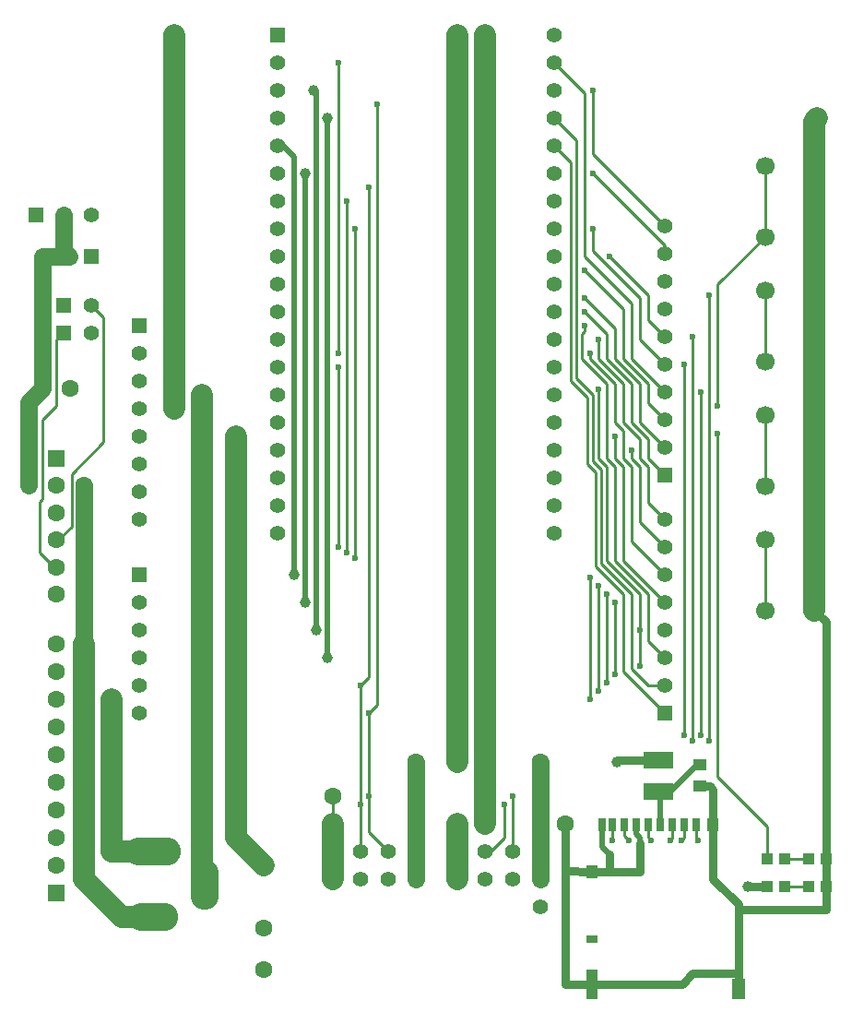
<source format=gbr>
G04 #@! TF.FileFunction,Copper,L1,Top,Signal*
%FSLAX46Y46*%
G04 Gerber Fmt 4.6, Leading zero omitted, Abs format (unit mm)*
G04 Created by KiCad (PCBNEW 4.0.7) date 06/22/21 16:10:00*
%MOMM*%
%LPD*%
G01*
G04 APERTURE LIST*
%ADD10C,0.100000*%
%ADD11C,1.600000*%
%ADD12R,1.600000X1.600000*%
%ADD13R,1.250000X1.000000*%
%ADD14O,5.100000X2.600000*%
%ADD15O,4.600000X2.600000*%
%ADD16O,2.600000X4.600000*%
%ADD17R,0.700000X1.200000*%
%ADD18R,1.000000X1.200000*%
%ADD19R,1.000000X0.800000*%
%ADD20R,1.000000X2.800000*%
%ADD21R,1.300000X1.900000*%
%ADD22R,2.700000X1.500000*%
%ADD23R,1.000000X1.000000*%
%ADD24R,1.400000X1.400000*%
%ADD25C,1.400000*%
%ADD26C,1.700000*%
%ADD27C,1.000000*%
%ADD28C,0.600000*%
%ADD29C,2.000000*%
%ADD30C,1.600000*%
%ADD31C,0.250000*%
%ADD32C,0.800000*%
%ADD33C,0.500000*%
%ADD34C,1.400000*%
G04 APERTURE END LIST*
D10*
D11*
X53812000Y-121128000D03*
X53812000Y-118588000D03*
X53812000Y-116048000D03*
X53812000Y-113508000D03*
X53812000Y-110968000D03*
X53812000Y-108428000D03*
X53812000Y-123668000D03*
X53812000Y-126208000D03*
X53812000Y-128748000D03*
D12*
X53812000Y-131288000D03*
D11*
X72862000Y-134468000D03*
X72862000Y-138268000D03*
D13*
X112867000Y-119493000D03*
X112867000Y-121493000D03*
D14*
X62702000Y-127478000D03*
D15*
X62702000Y-133478000D03*
D16*
X67402000Y-130478000D03*
D17*
X103892000Y-125008000D03*
X104842000Y-125008000D03*
X112542000Y-125008000D03*
X111442000Y-125008000D03*
X110342000Y-125008000D03*
X109242000Y-125008000D03*
X108142000Y-125008000D03*
X107042000Y-125008000D03*
X105942000Y-125008000D03*
D18*
X114092000Y-125008000D03*
X102942000Y-129308000D03*
D19*
X102942000Y-135508000D03*
D20*
X102942000Y-139658000D03*
D21*
X116442000Y-140108000D03*
D22*
X109057000Y-121943000D03*
X109057000Y-119043000D03*
D23*
X122862000Y-128113000D03*
X124462000Y-128113000D03*
X122862000Y-130653000D03*
X124462000Y-130653000D03*
D24*
X74132000Y-52548000D03*
D25*
X74132000Y-55088000D03*
X74132000Y-57628000D03*
X74132000Y-60168000D03*
X74132000Y-62708000D03*
X74132000Y-65248000D03*
X74132000Y-67788000D03*
X74132000Y-70328000D03*
X74132000Y-72868000D03*
X74132000Y-75408000D03*
X74132000Y-77948000D03*
X74132000Y-80488000D03*
X74132000Y-83028000D03*
X74132000Y-85568000D03*
X74132000Y-88108000D03*
X74132000Y-90648000D03*
X74132000Y-93188000D03*
X74132000Y-95728000D03*
X74132000Y-98268000D03*
X99532000Y-98268000D03*
X99532000Y-95728000D03*
X99532000Y-93188000D03*
X99532000Y-90648000D03*
X99532000Y-88108000D03*
X99532000Y-85568000D03*
X99532000Y-83028000D03*
X99532000Y-80488000D03*
X99532000Y-77948000D03*
X99532000Y-75408000D03*
X99532000Y-72868000D03*
X99532000Y-70328000D03*
X99532000Y-67788000D03*
X99532000Y-65248000D03*
X99532000Y-62708000D03*
X99532000Y-60168000D03*
X99532000Y-57628000D03*
X99532000Y-55088000D03*
X99532000Y-52548000D03*
D24*
X61432000Y-79218000D03*
D25*
X61432000Y-81758000D03*
X61432000Y-84298000D03*
X61432000Y-86838000D03*
X61432000Y-89378000D03*
X61432000Y-91918000D03*
X61432000Y-94458000D03*
X61432000Y-96998000D03*
D24*
X61432000Y-102078000D03*
D25*
X61432000Y-104618000D03*
X61432000Y-107158000D03*
X61432000Y-109698000D03*
X61432000Y-112238000D03*
X61432000Y-114778000D03*
D24*
X109692000Y-114778000D03*
D25*
X109692000Y-112238000D03*
X109692000Y-109698000D03*
X109692000Y-107158000D03*
X109692000Y-104618000D03*
X109692000Y-102078000D03*
X109692000Y-99538000D03*
X109692000Y-96998000D03*
D24*
X109692000Y-92934000D03*
D25*
X109692000Y-90394000D03*
X109692000Y-87854000D03*
X109692000Y-85314000D03*
X109692000Y-82774000D03*
X109692000Y-80234000D03*
X109692000Y-77694000D03*
X109692000Y-75154000D03*
X109692000Y-72614000D03*
X109692000Y-70074000D03*
D23*
X119052000Y-128113000D03*
X120652000Y-128113000D03*
X119052000Y-130653000D03*
X120652000Y-130653000D03*
D26*
X118872000Y-71038000D03*
X118872000Y-64538000D03*
X123372000Y-71038000D03*
X123372000Y-64538000D03*
X118872000Y-105328000D03*
X118872000Y-98828000D03*
X123372000Y-105328000D03*
X123372000Y-98828000D03*
X118872000Y-93898000D03*
X118872000Y-87398000D03*
X123372000Y-93898000D03*
X123372000Y-87398000D03*
X118872000Y-82468000D03*
X118872000Y-75968000D03*
X123372000Y-82468000D03*
X123372000Y-75968000D03*
D11*
X72862000Y-128748000D03*
X79212000Y-122398000D03*
X123662000Y-60168000D03*
D24*
X79212000Y-127478000D03*
D25*
X81752000Y-127478000D03*
X84292000Y-127478000D03*
X86832000Y-127478000D03*
X79212000Y-130018000D03*
X81752000Y-130018000D03*
X84292000Y-130018000D03*
X86832000Y-130018000D03*
D24*
X90642000Y-127478000D03*
D25*
X93182000Y-127478000D03*
X95722000Y-127478000D03*
X98262000Y-127478000D03*
X90642000Y-130018000D03*
X93182000Y-130018000D03*
X95722000Y-130018000D03*
X98262000Y-130018000D03*
X98262000Y-132558000D03*
D11*
X53812000Y-93883000D03*
X53812000Y-96383000D03*
X53812000Y-98883000D03*
X53812000Y-101383000D03*
D12*
X53812000Y-91383000D03*
D11*
X53812000Y-103883000D03*
D24*
X56987000Y-72868000D03*
D25*
X54987000Y-72868000D03*
D24*
X51907000Y-69058000D03*
D25*
X54447000Y-69058000D03*
X56987000Y-69058000D03*
D24*
X54447000Y-79853000D03*
D25*
X56987000Y-79853000D03*
D24*
X54447000Y-77313000D03*
D25*
X56987000Y-77313000D03*
D11*
X55082000Y-84933000D03*
X52542000Y-84933000D03*
X58892000Y-113508000D03*
X58892000Y-116048000D03*
X70322000Y-98268000D03*
X70322000Y-122398000D03*
X70322000Y-89378000D03*
D25*
X51272000Y-93823000D03*
D11*
X100548000Y-124938000D03*
X67147000Y-85568000D03*
D25*
X123408000Y-67788000D03*
X123408000Y-78456000D03*
D11*
X56352000Y-93823000D03*
X56352000Y-108428000D03*
X56352000Y-110968000D03*
X93182000Y-124938000D03*
X90642000Y-124938000D03*
X93182000Y-67788000D03*
D27*
X93182000Y-63343000D03*
D11*
X93182000Y-52548000D03*
D27*
X93182000Y-55723000D03*
D11*
X67147000Y-91918000D03*
X67147000Y-94458000D03*
X79212000Y-124938000D03*
X67147000Y-124938000D03*
D28*
X103088000Y-65248000D03*
X82514000Y-66518000D03*
X94960000Y-123160000D03*
X81752000Y-123160000D03*
X81752000Y-112238000D03*
X104866000Y-126462000D03*
X112740000Y-126462000D03*
X113756000Y-117318000D03*
X113756000Y-76424000D03*
X111216000Y-126462000D03*
X112994000Y-116810000D03*
X112994000Y-85314000D03*
X110200000Y-126462000D03*
X104612000Y-72868000D03*
X112232000Y-117318000D03*
X108422000Y-126462000D03*
X112232000Y-80234000D03*
X103088000Y-70328000D03*
X111470000Y-82774000D03*
X111470000Y-116810000D03*
X106390000Y-126462000D03*
X107406000Y-110460000D03*
X107406000Y-107158000D03*
X103596000Y-85060000D03*
X102326000Y-79218000D03*
X105120000Y-104618000D03*
X105120000Y-111222000D03*
X105120000Y-89378000D03*
X104358000Y-103856000D03*
X104358000Y-111984000D03*
X102834000Y-81758000D03*
X103596000Y-103094000D03*
X103596000Y-112746000D03*
X106644000Y-90648000D03*
X102834000Y-113508000D03*
X102834000Y-102332000D03*
X103596000Y-80488000D03*
D27*
X64607000Y-69058000D03*
X64607000Y-76678000D03*
X105247000Y-119223000D03*
X117312000Y-130653000D03*
D11*
X64607000Y-86838000D03*
X86832000Y-119223000D03*
X98262000Y-119223000D03*
X90642000Y-119223000D03*
D27*
X90642000Y-65248000D03*
D11*
X90642000Y-52548000D03*
D27*
X90642000Y-57628000D03*
D11*
X64607000Y-81758000D03*
X64607000Y-52548000D03*
D28*
X79720000Y-55088000D03*
X79720000Y-81758000D03*
D27*
X77434000Y-57628000D03*
X77688000Y-107158000D03*
X78704000Y-60168000D03*
X78704000Y-109698000D03*
X75656000Y-102078000D03*
X76672000Y-65248000D03*
X76672000Y-104618000D03*
D28*
X80482000Y-67788000D03*
X80482000Y-100046000D03*
X81244000Y-70328000D03*
X81244000Y-100554000D03*
X102326000Y-74138000D03*
X102326000Y-76678000D03*
X79720000Y-83028000D03*
X79720000Y-99538000D03*
X114518000Y-89124000D03*
X114518000Y-86584000D03*
X102326000Y-77948000D03*
X103088000Y-57628000D03*
X83276000Y-58898000D03*
X82514000Y-122398000D03*
X95722000Y-122398000D03*
X82514000Y-114778000D03*
D29*
X62702000Y-127478000D02*
X58892000Y-127478000D01*
X58892000Y-127478000D02*
X58892000Y-116048000D01*
X58892000Y-116048000D02*
X58892000Y-113508000D01*
X70322000Y-122398000D02*
X70322000Y-98268000D01*
X70322000Y-122398000D02*
X70322000Y-126208000D01*
X70322000Y-126208000D02*
X72862000Y-128748000D01*
X70322000Y-98268000D02*
X70322000Y-89378000D01*
D30*
X51272000Y-93823000D02*
X51272000Y-86203000D01*
X51272000Y-86203000D02*
X52542000Y-84933000D01*
D31*
X79212000Y-124938000D02*
X79212000Y-122398000D01*
D30*
X54447000Y-69058000D02*
X54447000Y-72328000D01*
X54447000Y-72328000D02*
X54987000Y-72868000D01*
X52542000Y-84933000D02*
X52542000Y-72868000D01*
X52542000Y-72868000D02*
X54987000Y-72868000D01*
D32*
X124462000Y-128113000D02*
X124462000Y-106418000D01*
X124462000Y-106418000D02*
X123372000Y-105328000D01*
X100548000Y-124938000D02*
X100548000Y-129256000D01*
X102942000Y-139658000D02*
X100548000Y-139658000D01*
X100548000Y-139658000D02*
X100548000Y-129256000D01*
D33*
X103892000Y-125008000D02*
X103892000Y-127012000D01*
D32*
X104560000Y-129308000D02*
X104612000Y-129256000D01*
X104612000Y-129256000D02*
X104612000Y-127732000D01*
X104560000Y-129308000D02*
X102942000Y-129308000D01*
D33*
X103892000Y-127012000D02*
X104612000Y-127732000D01*
X107042000Y-125008000D02*
X107042000Y-125844000D01*
D32*
X107354000Y-129308000D02*
X107406000Y-129256000D01*
X107406000Y-129256000D02*
X107406000Y-126716000D01*
X107354000Y-129308000D02*
X102942000Y-129308000D01*
D33*
X107406000Y-126208000D02*
X107406000Y-126716000D01*
X107042000Y-125844000D02*
X107406000Y-126208000D01*
D32*
X124424000Y-132812000D02*
X116442000Y-132812000D01*
X114092000Y-125008000D02*
X114092000Y-129973000D01*
X114092000Y-129973000D02*
X116442000Y-132323000D01*
X116442000Y-132323000D02*
X116442000Y-132812000D01*
X116442000Y-132812000D02*
X116442000Y-140108000D01*
D29*
X67147000Y-91918000D02*
X67147000Y-85568000D01*
D34*
X123408000Y-67788000D02*
X123372000Y-67788000D01*
X123408000Y-78456000D02*
X123372000Y-78456000D01*
D29*
X123372000Y-64538000D02*
X123372000Y-60458000D01*
X123372000Y-60458000D02*
X123662000Y-60168000D01*
X123372000Y-71038000D02*
X123372000Y-67788000D01*
X123372000Y-67788000D02*
X123372000Y-64538000D01*
X123372000Y-75968000D02*
X123372000Y-71038000D01*
X123372000Y-82468000D02*
X123372000Y-78456000D01*
X123372000Y-78456000D02*
X123372000Y-75968000D01*
X123372000Y-87398000D02*
X123372000Y-82468000D01*
X123372000Y-93898000D02*
X123372000Y-87398000D01*
X123372000Y-98828000D02*
X123372000Y-93898000D01*
X123372000Y-105328000D02*
X123372000Y-98828000D01*
X62702000Y-133478000D02*
X59812000Y-133478000D01*
X56352000Y-130018000D02*
X56352000Y-110968000D01*
X59812000Y-133478000D02*
X56352000Y-130018000D01*
D30*
X56352000Y-108428000D02*
X56352000Y-93823000D01*
D29*
X56352000Y-110968000D02*
X56352000Y-108428000D01*
D32*
X114092000Y-125008000D02*
X114092000Y-121808000D01*
X113777000Y-121493000D02*
X112867000Y-121493000D01*
X114092000Y-121808000D02*
X113777000Y-121493000D01*
X100548000Y-129256000D02*
X102942000Y-129308000D01*
X124462000Y-130653000D02*
X124462000Y-128113000D01*
X124462000Y-132774000D02*
X124462000Y-130653000D01*
X124424000Y-132812000D02*
X124462000Y-132774000D01*
X102942000Y-139658000D02*
X111228000Y-139658000D01*
X116442000Y-138800000D02*
X116442000Y-140108000D01*
X116296000Y-138654000D02*
X116442000Y-138800000D01*
X112232000Y-138654000D02*
X116296000Y-138654000D01*
X111228000Y-139658000D02*
X112232000Y-138654000D01*
D29*
X67147000Y-124938000D02*
X67147000Y-130223000D01*
X67147000Y-130223000D02*
X67402000Y-130478000D01*
X79212000Y-127478000D02*
X79212000Y-130018000D01*
X90642000Y-127478000D02*
X90642000Y-130018000D01*
X90642000Y-127478000D02*
X90642000Y-124938000D01*
X93182000Y-67788000D02*
X93182000Y-124938000D01*
X93182000Y-63343000D02*
X93182000Y-67788000D01*
X93182000Y-63343000D02*
X93182000Y-55723000D01*
X93182000Y-52548000D02*
X93182000Y-55723000D01*
X67147000Y-94458000D02*
X67147000Y-91918000D01*
X67147000Y-124938000D02*
X67147000Y-94458000D01*
X79212000Y-124938000D02*
X79212000Y-127478000D01*
D31*
X120652000Y-128113000D02*
X122862000Y-128113000D01*
X109692000Y-72614000D02*
X109692000Y-71852000D01*
X109692000Y-71852000D02*
X103088000Y-65248000D01*
X81752000Y-112238000D02*
X82514000Y-111476000D01*
X82514000Y-111476000D02*
X82514000Y-66518000D01*
X93182000Y-127478000D02*
X93690000Y-127478000D01*
X93690000Y-127478000D02*
X94960000Y-126208000D01*
X94960000Y-126208000D02*
X94960000Y-123160000D01*
X81752000Y-127478000D02*
X81752000Y-123160000D01*
X81752000Y-123160000D02*
X81752000Y-112238000D01*
D33*
X109057000Y-121943000D02*
X110147000Y-121943000D01*
X110147000Y-121943000D02*
X112597000Y-119493000D01*
X112597000Y-119493000D02*
X112867000Y-119493000D01*
X109242000Y-125008000D02*
X109242000Y-122128000D01*
X109242000Y-122128000D02*
X109057000Y-121943000D01*
D31*
X104842000Y-126438000D02*
X104842000Y-125008000D01*
X104866000Y-126462000D02*
X104842000Y-126438000D01*
X112542000Y-126264000D02*
X112542000Y-125008000D01*
X112740000Y-126462000D02*
X112542000Y-126264000D01*
X113756000Y-76424000D02*
X113756000Y-117318000D01*
X111442000Y-126236000D02*
X111442000Y-125008000D01*
X111216000Y-126462000D02*
X111442000Y-126236000D01*
X106644000Y-82266000D02*
X106644000Y-77186000D01*
X102326000Y-72868000D02*
X102326000Y-57882000D01*
X106644000Y-77186000D02*
X102326000Y-72868000D01*
X102326000Y-57882000D02*
X99532000Y-55088000D01*
X112994000Y-116810000D02*
X112994000Y-85314000D01*
X110342000Y-125008000D02*
X110342000Y-126320000D01*
X110342000Y-126320000D02*
X110200000Y-126462000D01*
X109692000Y-85314000D02*
X106644000Y-82266000D01*
X108168000Y-78710000D02*
X108168000Y-76424000D01*
X108168000Y-76424000D02*
X104612000Y-72868000D01*
X112232000Y-80234000D02*
X112232000Y-117318000D01*
X108142000Y-125008000D02*
X108142000Y-126182000D01*
X108142000Y-126182000D02*
X108422000Y-126462000D01*
X108168000Y-78710000D02*
X109692000Y-80234000D01*
X107406000Y-80488000D02*
X107406000Y-76678000D01*
X103088000Y-72360000D02*
X103088000Y-70328000D01*
X107406000Y-76678000D02*
X103088000Y-72360000D01*
X111470000Y-116810000D02*
X111470000Y-82774000D01*
X107406000Y-80488000D02*
X109692000Y-82774000D01*
X105942000Y-126014000D02*
X105942000Y-125008000D01*
X106390000Y-126462000D02*
X105942000Y-126014000D01*
X107406000Y-110460000D02*
X107406000Y-107158000D01*
X103596000Y-91410000D02*
X104358000Y-92172000D01*
X104358000Y-100808000D02*
X104358000Y-92172000D01*
X107406000Y-103856000D02*
X104358000Y-100808000D01*
X107406000Y-103856000D02*
X107406000Y-107158000D01*
X103596000Y-91410000D02*
X103596000Y-85060000D01*
X102326000Y-79726000D02*
X102072000Y-79980000D01*
X102326000Y-79218000D02*
X102326000Y-79726000D01*
X108168000Y-108174000D02*
X109692000Y-109698000D01*
X108168000Y-103856000D02*
X108168000Y-108174000D01*
X105120000Y-100808000D02*
X108168000Y-103856000D01*
X105120000Y-92172000D02*
X105120000Y-100808000D01*
X104358000Y-91410000D02*
X105120000Y-92172000D01*
X104358000Y-84552000D02*
X104358000Y-91410000D01*
X102072000Y-82266000D02*
X104358000Y-84552000D01*
X102072000Y-79980000D02*
X102072000Y-82266000D01*
X105120000Y-111222000D02*
X105120000Y-104618000D01*
X118872000Y-105328000D02*
X118872000Y-98828000D01*
X105882000Y-100808000D02*
X109692000Y-104618000D01*
X105882000Y-92172000D02*
X105882000Y-100808000D01*
X105120000Y-91410000D02*
X105882000Y-92172000D01*
X105120000Y-89378000D02*
X105120000Y-91410000D01*
X104358000Y-111984000D02*
X104358000Y-103856000D01*
X106644000Y-99030000D02*
X109692000Y-102078000D01*
X106644000Y-92172000D02*
X106644000Y-99030000D01*
X105882000Y-91410000D02*
X106644000Y-92172000D01*
X105882000Y-88870000D02*
X105882000Y-91410000D01*
X105120000Y-88108000D02*
X105882000Y-88870000D01*
X105120000Y-84552000D02*
X105120000Y-88108000D01*
X102834000Y-82266000D02*
X105120000Y-84552000D01*
X102834000Y-81758000D02*
X102834000Y-82266000D01*
X103596000Y-112746000D02*
X103596000Y-103094000D01*
X118872000Y-93898000D02*
X118872000Y-87398000D01*
X107406000Y-92172000D02*
X107406000Y-97252000D01*
X107406000Y-97252000D02*
X109692000Y-99538000D01*
X106644000Y-91410000D02*
X107406000Y-92172000D01*
X106644000Y-90648000D02*
X106644000Y-91410000D01*
X102834000Y-113508000D02*
X102834000Y-102332000D01*
X118872000Y-82468000D02*
X118872000Y-75968000D01*
X108168000Y-95474000D02*
X109692000Y-96998000D01*
X103596000Y-80488000D02*
X103596000Y-82266000D01*
X103596000Y-82266000D02*
X105882000Y-84552000D01*
X105882000Y-84552000D02*
X105882000Y-88108000D01*
X105882000Y-88108000D02*
X107406000Y-89632000D01*
X107406000Y-89632000D02*
X107406000Y-91410000D01*
X107406000Y-91410000D02*
X108168000Y-92172000D01*
X108168000Y-92172000D02*
X108168000Y-95474000D01*
D32*
X109057000Y-119043000D02*
X105427000Y-119043000D01*
X105427000Y-119043000D02*
X105247000Y-119223000D01*
X117312000Y-130653000D02*
X119052000Y-130653000D01*
D29*
X64607000Y-86838000D02*
X64607000Y-81758000D01*
D30*
X86832000Y-127478000D02*
X86832000Y-130018000D01*
X86832000Y-119223000D02*
X86832000Y-127478000D01*
X98262000Y-127478000D02*
X98262000Y-130018000D01*
D29*
X90642000Y-65248000D02*
X90642000Y-119223000D01*
D30*
X98262000Y-119223000D02*
X98262000Y-127478000D01*
D29*
X90642000Y-65248000D02*
X90642000Y-57628000D01*
X90642000Y-52548000D02*
X90642000Y-57628000D01*
X64607000Y-52548000D02*
X64607000Y-69058000D01*
X64607000Y-69058000D02*
X64607000Y-76678000D01*
X64607000Y-76678000D02*
X64607000Y-81758000D01*
D31*
X120652000Y-130653000D02*
X122862000Y-130653000D01*
X79720000Y-81758000D02*
X79720000Y-55088000D01*
D33*
X77688000Y-57628000D02*
X77434000Y-57628000D01*
X77688000Y-107158000D02*
X77688000Y-57628000D01*
X78704000Y-109698000D02*
X78704000Y-60168000D01*
X75656000Y-63724000D02*
X74640000Y-62708000D01*
X75656000Y-102078000D02*
X75656000Y-63724000D01*
X74640000Y-62708000D02*
X74132000Y-62708000D01*
X76672000Y-104618000D02*
X76672000Y-65248000D01*
D31*
X53812000Y-98883000D02*
X53959000Y-98883000D01*
X53959000Y-98883000D02*
X55209000Y-97633000D01*
X58130000Y-78456000D02*
X56987000Y-77313000D01*
X58130000Y-89886000D02*
X58130000Y-78456000D01*
X55209000Y-92807000D02*
X58130000Y-89886000D01*
X55209000Y-97633000D02*
X55209000Y-92807000D01*
X80482000Y-100046000D02*
X80482000Y-67788000D01*
X53812000Y-101383000D02*
X53625000Y-101383000D01*
X53625000Y-101383000D02*
X52288000Y-100046000D01*
X53812000Y-86584000D02*
X53812000Y-80488000D01*
X52542000Y-87854000D02*
X53812000Y-86584000D01*
X52542000Y-95093000D02*
X52542000Y-87854000D01*
X52288000Y-95347000D02*
X52542000Y-95093000D01*
X52288000Y-100046000D02*
X52288000Y-95347000D01*
X53812000Y-80488000D02*
X54447000Y-79853000D01*
X81244000Y-100554000D02*
X81244000Y-70328000D01*
X105882000Y-82266000D02*
X105882000Y-77694000D01*
X105882000Y-77694000D02*
X102326000Y-74138000D01*
X108168000Y-86330000D02*
X109692000Y-87854000D01*
X108168000Y-84552000D02*
X108168000Y-86330000D01*
X105882000Y-82266000D02*
X108168000Y-84552000D01*
X105120000Y-82266000D02*
X105120000Y-79472000D01*
X105120000Y-79472000D02*
X102326000Y-76678000D01*
X107406000Y-88108000D02*
X109692000Y-90394000D01*
X107406000Y-84552000D02*
X107406000Y-88108000D01*
X105120000Y-82266000D02*
X107406000Y-84552000D01*
X79720000Y-99538000D02*
X79720000Y-83028000D01*
X119052000Y-128113000D02*
X119052000Y-125154000D01*
X114518000Y-120620000D02*
X114518000Y-89124000D01*
X119052000Y-125154000D02*
X114518000Y-120620000D01*
X118872000Y-71038000D02*
X118888000Y-71038000D01*
X118888000Y-71038000D02*
X114518000Y-75408000D01*
X114518000Y-86584000D02*
X114518000Y-75408000D01*
X118872000Y-71038000D02*
X118872000Y-64538000D01*
X104358000Y-82266000D02*
X104358000Y-79980000D01*
X104358000Y-79980000D02*
X102326000Y-77948000D01*
X108168000Y-91410000D02*
X109692000Y-92934000D01*
X108168000Y-89632000D02*
X108168000Y-91410000D01*
X106644000Y-88108000D02*
X108168000Y-89632000D01*
X106644000Y-84552000D02*
X106644000Y-88108000D01*
X104358000Y-82266000D02*
X106644000Y-84552000D01*
X105882000Y-103856000D02*
X105882000Y-110968000D01*
X105882000Y-110968000D02*
X109692000Y-114778000D01*
X101056000Y-84298000D02*
X101056000Y-64232000D01*
X101056000Y-64232000D02*
X99532000Y-62708000D01*
X105882000Y-103856000D02*
X103342000Y-101316000D01*
X103342000Y-92680000D02*
X103342000Y-101316000D01*
X102580000Y-91918000D02*
X103342000Y-92680000D01*
X102580000Y-85822000D02*
X102580000Y-91918000D01*
X101056000Y-84298000D02*
X102580000Y-85822000D01*
X106644000Y-103856000D02*
X106644000Y-110714000D01*
X108168000Y-112238000D02*
X109692000Y-112238000D01*
X106644000Y-110714000D02*
X108168000Y-112238000D01*
X101564000Y-84044000D02*
X101564000Y-62200000D01*
X101564000Y-62200000D02*
X99532000Y-60168000D01*
X103850000Y-101062000D02*
X106644000Y-103856000D01*
X103850000Y-92426000D02*
X103850000Y-101062000D01*
X103088000Y-91664000D02*
X103850000Y-92426000D01*
X103088000Y-85568000D02*
X103088000Y-91664000D01*
X101564000Y-84044000D02*
X103088000Y-85568000D01*
X109692000Y-70074000D02*
X103088000Y-63470000D01*
X103088000Y-63470000D02*
X103088000Y-57628000D01*
X82514000Y-114778000D02*
X83276000Y-114016000D01*
X83276000Y-114016000D02*
X83276000Y-58898000D01*
X82514000Y-122398000D02*
X82514000Y-125700000D01*
X82514000Y-125700000D02*
X84292000Y-127478000D01*
X95722000Y-127478000D02*
X95722000Y-122398000D01*
X82514000Y-122398000D02*
X82514000Y-114778000D01*
M02*

</source>
